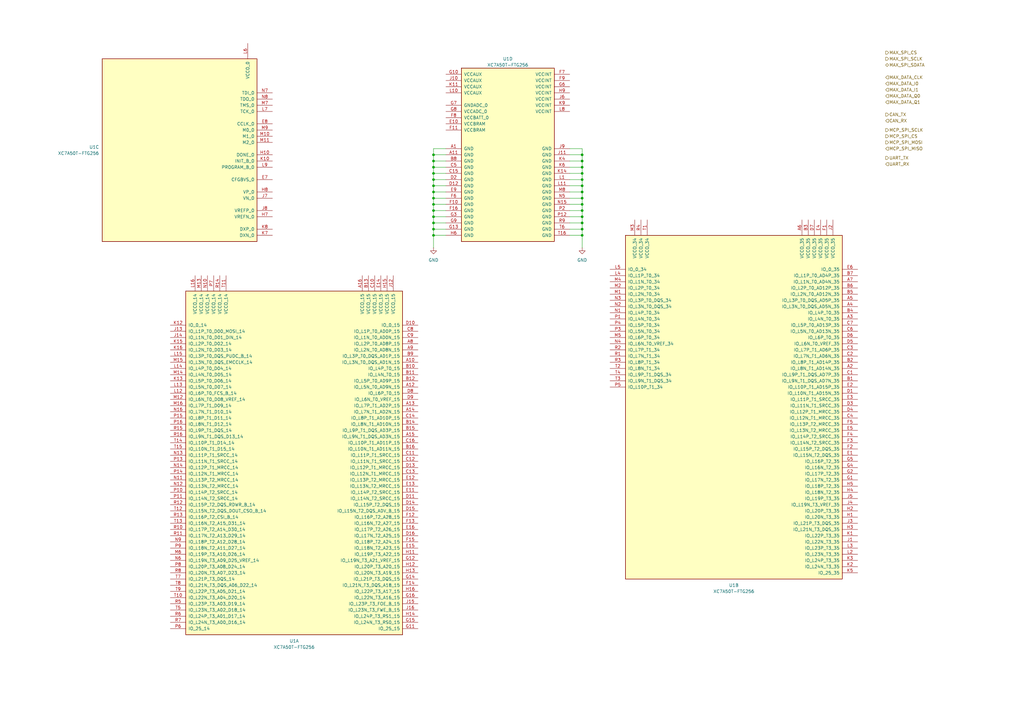
<source format=kicad_sch>
(kicad_sch (version 20231120) (generator "eeschema") (generator_version "8.0")
  (paper "A3")
  (lib_symbols
    (symbol "FPGA_Xilinx_Artix7:XC7A50T-FTG256" (pin_names (offset 1.016))
      (property "Reference" "U" (at 0 1.27 0))
      (property "Value" "XC7A50T-FTG256" (at 0 -1.27 0))
      (symbol "XC7A50T-FTG256_1_1"
        (rectangle (start -44.45 67.31) (end 44.45 -73.66) (stroke (width 0.254)) (fill (type background)))
        (pin bidirectional line (at 50.8 38.1 180) (length 6.35) (name "IO_L3N_T0_DQS_AD1N_15") (number "A10"))
        (pin bidirectional line (at 50.8 27.94 180) (length 6.35) (name "IO_L5N_T0_AD9N_15") (number "A12"))
        (pin bidirectional line (at 50.8 20.32 180) (length 6.35) (name "IO_L7P_T1_AD2P_15") (number "A13"))
        (pin bidirectional line (at 50.8 17.78 180) (length 6.35) (name "IO_L7N_T1_AD2N_15") (number "A14"))
        (pin bidirectional line (at 50.8 7.62 180) (length 6.35) (name "IO_L9N_T1_DQS_AD3N_15") (number "A15"))
        (pin power_in line (at 27.94 73.66 270) (length 6.35) (name "VCCO_15") (number "A16"))
        (pin bidirectional line (at 50.8 45.72 180) (length 6.35) (name "IO_L2P_T0_AD8P_15") (number "A8"))
        (pin bidirectional line (at 50.8 43.18 180) (length 6.35) (name "IO_L2N_T0_AD8N_15") (number "A9"))
        (pin bidirectional line (at 50.8 35.56 180) (length 6.35) (name "IO_L4P_T0_15") (number "B10"))
        (pin bidirectional line (at 50.8 33.02 180) (length 6.35) (name "IO_L4N_T0_15") (number "B11"))
        (pin bidirectional line (at 50.8 30.48 180) (length 6.35) (name "IO_L5P_T0_AD9P_15") (number "B12"))
        (pin power_in line (at 30.48 73.66 270) (length 6.35) (name "VCCO_15") (number "B13"))
        (pin bidirectional line (at 50.8 12.7 180) (length 6.35) (name "IO_L8N_T1_AD10N_15") (number "B14"))
        (pin bidirectional line (at 50.8 10.16 180) (length 6.35) (name "IO_L9P_T1_DQS_AD3P_15") (number "B15"))
        (pin bidirectional line (at 50.8 2.54 180) (length 6.35) (name "IO_L10N_T1_AD11N_15") (number "B16"))
        (pin bidirectional line (at 50.8 40.64 180) (length 6.35) (name "IO_L3P_T0_DQS_AD1P_15") (number "B9"))
        (pin power_in line (at 33.02 73.66 270) (length 6.35) (name "VCCO_15") (number "C10"))
        (pin bidirectional line (at 50.8 0 180) (length 6.35) (name "IO_L11P_T1_SRCC_15") (number "C11"))
        (pin bidirectional line (at 50.8 -2.54 180) (length 6.35) (name "IO_L11N_T1_SRCC_15") (number "C12"))
        (pin bidirectional line (at 50.8 -7.62 180) (length 6.35) (name "IO_L12N_T1_MRCC_15") (number "C13"))
        (pin bidirectional line (at 50.8 15.24 180) (length 6.35) (name "IO_L8P_T1_AD10P_15") (number "C14"))
        (pin bidirectional line (at 50.8 5.08 180) (length 6.35) (name "IO_L10P_T1_AD11P_15") (number "C16"))
        (pin bidirectional line (at 50.8 50.8 180) (length 6.35) (name "IO_L1P_T0_AD0P_15") (number "C8"))
        (pin bidirectional line (at 50.8 48.26 180) (length 6.35) (name "IO_L1N_T0_AD0N_15") (number "C9"))
        (pin bidirectional line (at 50.8 53.34 180) (length 6.35) (name "IO_0_15") (number "D10"))
        (pin bidirectional line (at 50.8 -17.78 180) (length 6.35) (name "IO_L14N_T2_SRCC_15") (number "D11"))
        (pin bidirectional line (at 50.8 -5.08 180) (length 6.35) (name "IO_L12P_T1_MRCC_15") (number "D13"))
        (pin bidirectional line (at 50.8 -20.32 180) (length 6.35) (name "IO_L15P_T2_DQS_15") (number "D14"))
        (pin bidirectional line (at 50.8 -22.86 180) (length 6.35) (name "IO_L15N_T2_DQS_ADV_B_15") (number "D15"))
        (pin bidirectional line (at 50.8 -33.02 180) (length 6.35) (name "IO_L17N_T2_A25_15") (number "D16"))
        (pin bidirectional line (at 50.8 25.4 180) (length 6.35) (name "IO_L6P_T0_15") (number "D8"))
        (pin bidirectional line (at 50.8 22.86 180) (length 6.35) (name "IO_L6N_T0_VREF_15") (number "D9"))
        (pin bidirectional line (at 50.8 -15.24 180) (length 6.35) (name "IO_L14P_T2_SRCC_15") (number "E11"))
        (pin bidirectional line (at 50.8 -10.16 180) (length 6.35) (name "IO_L13P_T2_MRCC_15") (number "E12"))
        (pin bidirectional line (at 50.8 -12.7 180) (length 6.35) (name "IO_L13N_T2_MRCC_15") (number "E13"))
        (pin power_in line (at 35.56 73.66 270) (length 6.35) (name "VCCO_15") (number "E14"))
        (pin bidirectional line (at 50.8 -38.1 180) (length 6.35) (name "IO_L18N_T2_A23_15") (number "E15"))
        (pin bidirectional line (at 50.8 -30.48 180) (length 6.35) (name "IO_L17P_T2_A26_15") (number "E16"))
        (pin bidirectional line (at 50.8 -25.4 180) (length 6.35) (name "IO_L16P_T2_A28_15") (number "F12"))
        (pin bidirectional line (at 50.8 -27.94 180) (length 6.35) (name "IO_L16N_T2_A27_15") (number "F13"))
        (pin bidirectional line (at 50.8 -53.34 180) (length 6.35) (name "IO_L21N_T3_DQS_A18_15") (number "F14"))
        (pin bidirectional line (at 50.8 -35.56 180) (length 6.35) (name "IO_L18P_T2_A24_15") (number "F15"))
        (pin bidirectional line (at 50.8 -71.12 180) (length 6.35) (name "IO_25_15") (number "G11"))
        (pin bidirectional line (at 50.8 -43.18 180) (length 6.35) (name "IO_L19N_T3_A21_VREF_15") (number "G12"))
        (pin bidirectional line (at 50.8 -50.8 180) (length 6.35) (name "IO_L21P_T3_DQS_15") (number "G14"))
        (pin bidirectional line (at 50.8 -68.58 180) (length 6.35) (name "IO_L24N_T3_RS0_15") (number "G15"))
        (pin bidirectional line (at 50.8 -58.42 180) (length 6.35) (name "IO_L22N_T3_A16_15") (number "G16"))
        (pin bidirectional line (at 50.8 -40.64 180) (length 6.35) (name "IO_L19P_T3_A22_15") (number "H11"))
        (pin bidirectional line (at 50.8 -45.72 180) (length 6.35) (name "IO_L20P_T3_A20_15") (number "H12"))
        (pin bidirectional line (at 50.8 -48.26 180) (length 6.35) (name "IO_L20N_T3_A19_15") (number "H13"))
        (pin bidirectional line (at 50.8 -66.04 180) (length 6.35) (name "IO_L24P_T3_RS1_15") (number "H14"))
        (pin power_in line (at 38.1 73.66 270) (length 6.35) (name "VCCO_15") (number "H15"))
        (pin bidirectional line (at 50.8 -55.88 180) (length 6.35) (name "IO_L22P_T3_A17_15") (number "H16"))
        (pin power_in line (at 40.64 73.66 270) (length 6.35) (name "VCCO_15") (number "J12"))
        (pin bidirectional line (at -50.8 50.8 0) (length 6.35) (name "IO_L1P_T0_D00_MOSI_14") (number "J13"))
        (pin bidirectional line (at -50.8 48.26 0) (length 6.35) (name "IO_L1N_T0_D01_DIN_14") (number "J14"))
        (pin bidirectional line (at 50.8 -60.96 180) (length 6.35) (name "IO_L23P_T3_FOE_B_15") (number "J15"))
        (pin bidirectional line (at 50.8 -63.5 180) (length 6.35) (name "IO_L23N_T3_FWE_B_15") (number "J16"))
        (pin bidirectional line (at -50.8 53.34 0) (length 6.35) (name "IO_0_14") (number "K12"))
        (pin bidirectional line (at -50.8 30.48 0) (length 6.35) (name "IO_L5P_T0_D06_14") (number "K13"))
        (pin bidirectional line (at -50.8 45.72 0) (length 6.35) (name "IO_L2P_T0_D02_14") (number "K15"))
        (pin bidirectional line (at -50.8 43.18 0) (length 6.35) (name "IO_L2N_T0_D03_14") (number "K16"))
        (pin bidirectional line (at -50.8 25.4 0) (length 6.35) (name "IO_L6P_T0_FCS_B_14") (number "L12"))
        (pin bidirectional line (at -50.8 27.94 0) (length 6.35) (name "IO_L5N_T0_D07_14") (number "L13"))
        (pin bidirectional line (at -50.8 35.56 0) (length 6.35) (name "IO_L4P_T0_D04_14") (number "L14"))
        (pin bidirectional line (at -50.8 40.64 0) (length 6.35) (name "IO_L3P_T0_DQS_PUDC_B_14") (number "L15"))
        (pin power_in line (at -40.64 73.66 270) (length 6.35) (name "VCCO_14") (number "L16"))
        (pin bidirectional line (at -50.8 22.86 0) (length 6.35) (name "IO_L6N_T0_D08_VREF_14") (number "M12"))
        (pin power_in line (at -38.1 73.66 270) (length 6.35) (name "VCCO_14") (number "M13"))
        (pin bidirectional line (at -50.8 33.02 0) (length 6.35) (name "IO_L4N_T0_D05_14") (number "M14"))
        (pin bidirectional line (at -50.8 38.1 0) (length 6.35) (name "IO_L3N_T0_DQS_EMCCLK_14") (number "M15"))
        (pin bidirectional line (at -50.8 20.32 0) (length 6.35) (name "IO_L7P_T1_D09_14") (number "M16"))
        (pin bidirectional line (at -50.8 -40.64 0) (length 6.35) (name "IO_L19P_T3_A10_D26_14") (number "M6"))
        (pin power_in line (at -35.56 73.66 270) (length 6.35) (name "VCCO_14") (number "N10"))
        (pin bidirectional line (at -50.8 -10.16 0) (length 6.35) (name "IO_L13P_T2_MRCC_14") (number "N11"))
        (pin bidirectional line (at -50.8 -12.7 0) (length 6.35) (name "IO_L13N_T2_MRCC_14") (number "N12"))
        (pin bidirectional line (at -50.8 0 0) (length 6.35) (name "IO_L11P_T1_SRCC_14") (number "N13"))
        (pin bidirectional line (at -50.8 -5.08 0) (length 6.35) (name "IO_L12P_T1_MRCC_14") (number "N14"))
        (pin bidirectional line (at -50.8 17.78 0) (length 6.35) (name "IO_L7N_T1_D10_14") (number "N16"))
        (pin bidirectional line (at -50.8 -43.18 0) (length 6.35) (name "IO_L19N_T3_A09_D25_VREF_14") (number "N6"))
        (pin bidirectional line (at -50.8 -35.56 0) (length 6.35) (name "IO_L18P_T2_A12_D28_14") (number "N9"))
        (pin bidirectional line (at -50.8 -15.24 0) (length 6.35) (name "IO_L14P_T2_SRCC_14") (number "P10"))
        (pin bidirectional line (at -50.8 -17.78 0) (length 6.35) (name "IO_L14N_T2_SRCC_14") (number "P11"))
        (pin bidirectional line (at -50.8 -2.54 0) (length 6.35) (name "IO_L11N_T1_SRCC_14") (number "P13"))
        (pin bidirectional line (at -50.8 -7.62 0) (length 6.35) (name "IO_L12N_T1_MRCC_14") (number "P14"))
        (pin bidirectional line (at -50.8 15.24 0) (length 6.35) (name "IO_L8P_T1_D11_14") (number "P15"))
        (pin bidirectional line (at -50.8 12.7 0) (length 6.35) (name "IO_L8N_T1_D12_14") (number "P16"))
        (pin bidirectional line (at -50.8 -71.12 0) (length 6.35) (name "IO_25_14") (number "P6"))
        (pin power_in line (at -33.02 73.66 270) (length 6.35) (name "VCCO_14") (number "P7"))
        (pin bidirectional line (at -50.8 -45.72 0) (length 6.35) (name "IO_L20P_T3_A08_D24_14") (number "P8"))
        (pin bidirectional line (at -50.8 -38.1 0) (length 6.35) (name "IO_L18N_T2_A11_D27_14") (number "P9"))
        (pin bidirectional line (at -50.8 -30.48 0) (length 6.35) (name "IO_L17P_T2_A14_D30_14") (number "R10"))
        (pin bidirectional line (at -50.8 -33.02 0) (length 6.35) (name "IO_L17N_T2_A13_D29_14") (number "R11"))
        (pin bidirectional line (at -50.8 -20.32 0) (length 6.35) (name "IO_L15P_T2_DQS_RDWR_B_14") (number "R12"))
        (pin bidirectional line (at -50.8 -25.4 0) (length 6.35) (name "IO_L16P_T2_CSI_B_14") (number "R13"))
        (pin power_in line (at -30.48 73.66 270) (length 6.35) (name "VCCO_14") (number "R14"))
        (pin bidirectional line (at -50.8 10.16 0) (length 6.35) (name "IO_L9P_T1_DQS_14") (number "R15"))
        (pin bidirectional line (at -50.8 7.62 0) (length 6.35) (name "IO_L9N_T1_DQS_D13_14") (number "R16"))
        (pin bidirectional line (at -50.8 -60.96 0) (length 6.35) (name "IO_L23P_T3_A03_D19_14") (number "R5"))
        (pin bidirectional line (at -50.8 -66.04 0) (length 6.35) (name "IO_L24P_T3_A01_D17_14") (number "R6"))
        (pin bidirectional line (at -50.8 -68.58 0) (length 6.35) (name "IO_L24N_T3_A00_D16_14") (number "R7"))
        (pin bidirectional line (at -50.8 -48.26 0) (length 6.35) (name "IO_L20N_T3_A07_D23_14") (number "R8"))
        (pin bidirectional line (at -50.8 -58.42 0) (length 6.35) (name "IO_L22N_T3_A04_D20_14") (number "T10"))
        (pin power_in line (at -27.94 73.66 270) (length 6.35) (name "VCCO_14") (number "T11"))
        (pin bidirectional line (at -50.8 -22.86 0) (length 6.35) (name "IO_L15N_T2_DQS_DOUT_CSO_B_14") (number "T12"))
        (pin bidirectional line (at -50.8 -27.94 0) (length 6.35) (name "IO_L16N_T2_A15_D31_14") (number "T13"))
        (pin bidirectional line (at -50.8 5.08 0) (length 6.35) (name "IO_L10P_T1_D14_14") (number "T14"))
        (pin bidirectional line (at -50.8 2.54 0) (length 6.35) (name "IO_L10N_T1_D15_14") (number "T15"))
        (pin bidirectional line (at -50.8 -63.5 0) (length 6.35) (name "IO_L23N_T3_A02_D18_14") (number "T5"))
        (pin bidirectional line (at -50.8 -50.8 0) (length 6.35) (name "IO_L21P_T3_DQS_14") (number "T7"))
        (pin bidirectional line (at -50.8 -53.34 0) (length 6.35) (name "IO_L21N_T3_DQS_A06_D22_14") (number "T8"))
        (pin bidirectional line (at -50.8 -55.88 0) (length 6.35) (name "IO_L22P_T3_A05_D21_14") (number "T9"))
      )
      (symbol "XC7A50T-FTG256_2_1"
        (rectangle (start -44.45 67.31) (end 44.45 -73.66) (stroke (width 0.254)) (fill (type background)))
        (pin bidirectional line (at 50.8 12.7 180) (length 6.35) (name "IO_L8N_T1_AD14N_35") (number "A2"))
        (pin bidirectional line (at 50.8 33.02 180) (length 6.35) (name "IO_L4N_T0_35") (number "A3"))
        (pin bidirectional line (at 50.8 38.1 180) (length 6.35) (name "IO_L3N_T0_DQS_AD5N_35") (number "A4"))
        (pin bidirectional line (at 50.8 40.64 180) (length 6.35) (name "IO_L3P_T0_DQS_AD5P_35") (number "A5"))
        (pin power_in line (at 27.94 73.66 270) (length 6.35) (name "VCCO_35") (number "A6"))
        (pin bidirectional line (at 50.8 48.26 180) (length 6.35) (name "IO_L1N_T0_AD4N_35") (number "A7"))
        (pin bidirectional line (at 50.8 7.62 180) (length 6.35) (name "IO_L9N_T1_DQS_AD7N_35") (number "B1"))
        (pin bidirectional line (at 50.8 15.24 180) (length 6.35) (name "IO_L8P_T1_AD14P_35") (number "B2"))
        (pin power_in line (at 30.48 73.66 270) (length 6.35) (name "VCCO_35") (number "B3"))
        (pin bidirectional line (at 50.8 35.56 180) (length 6.35) (name "IO_L4P_T0_35") (number "B4"))
        (pin bidirectional line (at 50.8 43.18 180) (length 6.35) (name "IO_L2N_T0_AD12N_35") (number "B5"))
        (pin bidirectional line (at 50.8 45.72 180) (length 6.35) (name "IO_L2P_T0_AD12P_35") (number "B6"))
        (pin bidirectional line (at 50.8 50.8 180) (length 6.35) (name "IO_L1P_T0_AD4P_35") (number "B7"))
        (pin bidirectional line (at 50.8 10.16 180) (length 6.35) (name "IO_L9P_T1_DQS_AD7P_35") (number "C1"))
        (pin bidirectional line (at 50.8 17.78 180) (length 6.35) (name "IO_L7N_T1_AD6N_35") (number "C2"))
        (pin bidirectional line (at 50.8 20.32 180) (length 6.35) (name "IO_L7P_T1_AD6P_35") (number "C3"))
        (pin bidirectional line (at 50.8 -7.62 180) (length 6.35) (name "IO_L12N_T1_MRCC_35") (number "C4"))
        (pin bidirectional line (at 50.8 27.94 180) (length 6.35) (name "IO_L5N_T0_AD13N_35") (number "C6"))
        (pin bidirectional line (at 50.8 30.48 180) (length 6.35) (name "IO_L5P_T0_AD13P_35") (number "C7"))
        (pin bidirectional line (at 50.8 2.54 180) (length 6.35) (name "IO_L10N_T1_AD15N_35") (number "D1"))
        (pin bidirectional line (at 50.8 -2.54 180) (length 6.35) (name "IO_L11N_T1_SRCC_35") (number "D3"))
        (pin bidirectional line (at 50.8 -5.08 180) (length 6.35) (name "IO_L12P_T1_MRCC_35") (number "D4"))
        (pin bidirectional line (at 50.8 22.86 180) (length 6.35) (name "IO_L6N_T0_VREF_35") (number "D5"))
        (pin bidirectional line (at 50.8 25.4 180) (length 6.35) (name "IO_L6P_T0_35") (number "D6"))
        (pin power_in line (at 33.02 73.66 270) (length 6.35) (name "VCCO_35") (number "D7"))
        (pin bidirectional line (at 50.8 -22.86 180) (length 6.35) (name "IO_L15N_T2_DQS_35") (number "E1"))
        (pin bidirectional line (at 50.8 5.08 180) (length 6.35) (name "IO_L10P_T1_AD15P_35") (number "E2"))
        (pin bidirectional line (at 50.8 0 180) (length 6.35) (name "IO_L11P_T1_SRCC_35") (number "E3"))
        (pin power_in line (at 35.56 73.66 270) (length 6.35) (name "VCCO_35") (number "E4"))
        (pin bidirectional line (at 50.8 -12.7 180) (length 6.35) (name "IO_L13N_T2_MRCC_35") (number "E5"))
        (pin bidirectional line (at 50.8 53.34 180) (length 6.35) (name "IO_0_35") (number "E6"))
        (pin power_in line (at 38.1 73.66 270) (length 6.35) (name "VCCO_35") (number "F1"))
        (pin bidirectional line (at 50.8 -20.32 180) (length 6.35) (name "IO_L15P_T2_DQS_35") (number "F2"))
        (pin bidirectional line (at 50.8 -17.78 180) (length 6.35) (name "IO_L14N_T2_SRCC_35") (number "F3"))
        (pin bidirectional line (at 50.8 -15.24 180) (length 6.35) (name "IO_L14P_T2_SRCC_35") (number "F4"))
        (pin bidirectional line (at 50.8 -10.16 180) (length 6.35) (name "IO_L13P_T2_MRCC_35") (number "F5"))
        (pin bidirectional line (at 50.8 -33.02 180) (length 6.35) (name "IO_L17N_T2_35") (number "G1"))
        (pin bidirectional line (at 50.8 -30.48 180) (length 6.35) (name "IO_L17P_T2_35") (number "G2"))
        (pin bidirectional line (at 50.8 -27.94 180) (length 6.35) (name "IO_L16N_T2_35") (number "G4"))
        (pin bidirectional line (at 50.8 -25.4 180) (length 6.35) (name "IO_L16P_T2_35") (number "G5"))
        (pin bidirectional line (at 50.8 -48.26 180) (length 6.35) (name "IO_L20N_T3_35") (number "H1"))
        (pin bidirectional line (at 50.8 -45.72 180) (length 6.35) (name "IO_L20P_T3_35") (number "H2"))
        (pin bidirectional line (at 50.8 -53.34 180) (length 6.35) (name "IO_L21N_T3_DQS_35") (number "H3"))
        (pin bidirectional line (at 50.8 -38.1 180) (length 6.35) (name "IO_L18N_T2_35") (number "H4"))
        (pin bidirectional line (at 50.8 -35.56 180) (length 6.35) (name "IO_L18P_T2_35") (number "H5"))
        (pin bidirectional line (at 50.8 -58.42 180) (length 6.35) (name "IO_L22N_T3_35") (number "J1"))
        (pin power_in line (at 40.64 73.66 270) (length 6.35) (name "VCCO_35") (number "J2"))
        (pin bidirectional line (at 50.8 -50.8 180) (length 6.35) (name "IO_L21P_T3_DQS_35") (number "J3"))
        (pin bidirectional line (at 50.8 -43.18 180) (length 6.35) (name "IO_L19N_T3_VREF_35") (number "J4"))
        (pin bidirectional line (at 50.8 -40.64 180) (length 6.35) (name "IO_L19P_T3_35") (number "J5"))
        (pin bidirectional line (at 50.8 -55.88 180) (length 6.35) (name "IO_L22P_T3_35") (number "K1"))
        (pin bidirectional line (at 50.8 -68.58 180) (length 6.35) (name "IO_L24N_T3_35") (number "K2"))
        (pin bidirectional line (at 50.8 -66.04 180) (length 6.35) (name "IO_L24P_T3_35") (number "K3"))
        (pin bidirectional line (at 50.8 -71.12 180) (length 6.35) (name "IO_25_35") (number "K5"))
        (pin bidirectional line (at 50.8 -63.5 180) (length 6.35) (name "IO_L23N_T3_35") (number "L2"))
        (pin bidirectional line (at 50.8 -60.96 180) (length 6.35) (name "IO_L23P_T3_35") (number "L3"))
        (pin bidirectional line (at -50.8 50.8 0) (length 6.35) (name "IO_L1P_T0_34") (number "L4"))
        (pin bidirectional line (at -50.8 53.34 0) (length 6.35) (name "IO_0_34") (number "L5"))
        (pin bidirectional line (at -50.8 43.18 0) (length 6.35) (name "IO_L2N_T0_34") (number "M1"))
        (pin bidirectional line (at -50.8 45.72 0) (length 6.35) (name "IO_L2P_T0_34") (number "M2"))
        (pin power_in line (at -40.64 73.66 270) (length 6.35) (name "VCCO_34") (number "M3"))
        (pin bidirectional line (at -50.8 48.26 0) (length 6.35) (name "IO_L1N_T0_34") (number "M4"))
        (pin bidirectional line (at -50.8 25.4 0) (length 6.35) (name "IO_L6P_T0_34") (number "M5"))
        (pin bidirectional line (at -50.8 35.56 0) (length 6.35) (name "IO_L4P_T0_34") (number "N1"))
        (pin bidirectional line (at -50.8 38.1 0) (length 6.35) (name "IO_L3N_T0_DQS_34") (number "N2"))
        (pin bidirectional line (at -50.8 40.64 0) (length 6.35) (name "IO_L3P_T0_DQS_34") (number "N3"))
        (pin bidirectional line (at -50.8 22.86 0) (length 6.35) (name "IO_L6N_T0_VREF_34") (number "N4"))
        (pin bidirectional line (at -50.8 33.02 0) (length 6.35) (name "IO_L4N_T0_34") (number "P1"))
        (pin bidirectional line (at -50.8 27.94 0) (length 6.35) (name "IO_L5N_T0_34") (number "P3"))
        (pin bidirectional line (at -50.8 30.48 0) (length 6.35) (name "IO_L5P_T0_34") (number "P4"))
        (pin bidirectional line (at -50.8 5.08 0) (length 6.35) (name "IO_L10P_T1_34") (number "P5"))
        (pin bidirectional line (at -50.8 17.78 0) (length 6.35) (name "IO_L7N_T1_34") (number "R1"))
        (pin bidirectional line (at -50.8 20.32 0) (length 6.35) (name "IO_L7P_T1_34") (number "R2"))
        (pin bidirectional line (at -50.8 15.24 0) (length 6.35) (name "IO_L8P_T1_34") (number "R3"))
        (pin power_in line (at -38.1 73.66 270) (length 6.35) (name "VCCO_34") (number "R4"))
        (pin power_in line (at -35.56 73.66 270) (length 6.35) (name "VCCO_34") (number "T1"))
        (pin bidirectional line (at -50.8 12.7 0) (length 6.35) (name "IO_L8N_T1_34") (number "T2"))
        (pin bidirectional line (at -50.8 7.62 0) (length 6.35) (name "IO_L9N_T1_DQS_34") (number "T3"))
        (pin bidirectional line (at -50.8 10.16 0) (length 6.35) (name "IO_L9P_T1_DQS_34") (number "T4"))
      )
      (symbol "XC7A50T-FTG256_3_1"
        (rectangle (start -31.75 34.29) (end 31.75 -40.64) (stroke (width 0.254)) (fill (type background)))
        (pin bidirectional line (at 38.1 -15.24 180) (length 6.35) (name "CFGBVS_0") (number "E7"))
        (pin bidirectional line (at 38.1 7.62 180) (length 6.35) (name "CCLK_0") (number "E8"))
        (pin bidirectional line (at 38.1 -5.08 180) (length 6.35) (name "DONE_0") (number "H10"))
        (pin bidirectional line (at 38.1 -30.48 180) (length 6.35) (name "VREFN_0") (number "H7"))
        (pin bidirectional line (at 38.1 -20.32 180) (length 6.35) (name "VP_0") (number "H8"))
        (pin bidirectional line (at 38.1 -22.86 180) (length 6.35) (name "VN_0") (number "J7"))
        (pin bidirectional line (at 38.1 -27.94 180) (length 6.35) (name "VREFP_0") (number "J8"))
        (pin bidirectional line (at 38.1 -7.62 180) (length 6.35) (name "INIT_B_0") (number "K10"))
        (pin bidirectional line (at 38.1 -38.1 180) (length 6.35) (name "DXN_0") (number "K7"))
        (pin bidirectional line (at 38.1 -35.56 180) (length 6.35) (name "DXP_0") (number "K8"))
        (pin power_in line (at 27.94 40.64 270) (length 6.35) (name "VCCO_0") (number "L6"))
        (pin bidirectional line (at 38.1 12.7 180) (length 6.35) (name "TCK_0") (number "L7"))
        (pin bidirectional line (at 38.1 -10.16 180) (length 6.35) (name "PROGRAM_B_0") (number "L9"))
        (pin bidirectional line (at 38.1 2.54 180) (length 6.35) (name "M1_0") (number "M10"))
        (pin bidirectional line (at 38.1 0 180) (length 6.35) (name "M2_0") (number "M11"))
        (pin bidirectional line (at 38.1 15.24 180) (length 6.35) (name "TMS_0") (number "M7"))
        (pin bidirectional line (at 38.1 5.08 180) (length 6.35) (name "M0_0") (number "M9"))
        (pin bidirectional line (at 38.1 20.32 180) (length 6.35) (name "TDI_0") (number "N7"))
        (pin bidirectional line (at 38.1 17.78 180) (length 6.35) (name "TDO_0") (number "N8"))
      )
      (symbol "XC7A50T-FTG256_4_1"
        (rectangle (start -19.05 35.56) (end 19.05 -35.56) (stroke (width 0.254)) (fill (type background)))
        (pin power_in line (at -25.4 2.54 0) (length 6.35) (name "GND") (number "A1"))
        (pin power_in line (at -25.4 0 0) (length 6.35) (name "GND") (number "A11"))
        (pin power_in line (at -25.4 -2.54 0) (length 6.35) (name "GND") (number "B8"))
        (pin power_in line (at -25.4 -7.62 0) (length 6.35) (name "GND") (number "C15"))
        (pin power_in line (at -25.4 -5.08 0) (length 6.35) (name "GND") (number "C5"))
        (pin power_in line (at -25.4 -12.7 0) (length 6.35) (name "GND") (number "D12"))
        (pin power_in line (at -25.4 -10.16 0) (length 6.35) (name "GND") (number "D2"))
        (pin power_in line (at -25.4 12.7 0) (length 6.35) (name "VCCBRAM") (number "E10"))
        (pin power_in line (at -25.4 -15.24 0) (length 6.35) (name "GND") (number "E9"))
        (pin power_in line (at -25.4 -20.32 0) (length 6.35) (name "GND") (number "F10"))
        (pin power_in line (at -25.4 10.16 0) (length 6.35) (name "VCCBRAM") (number "F11"))
        (pin power_in line (at -25.4 -22.86 0) (length 6.35) (name "GND") (number "F16"))
        (pin power_in line (at -25.4 -17.78 0) (length 6.35) (name "GND") (number "F6"))
        (pin power_in line (at 25.4 33.02 180) (length 6.35) (name "VCCINT") (number "F7"))
        (pin power_in line (at -25.4 15.24 0) (length 6.35) (name "VCCBATT_0") (number "F8"))
        (pin power_in line (at 25.4 30.48 180) (length 6.35) (name "VCCINT") (number "F9"))
        (pin power_in line (at -25.4 33.02 0) (length 6.35) (name "VCCAUX") (number "G10"))
        (pin power_in line (at -25.4 -30.48 0) (length 6.35) (name "GND") (number "G13"))
        (pin power_in line (at -25.4 -25.4 0) (length 6.35) (name "GND") (number "G3"))
        (pin power_in line (at 25.4 27.94 180) (length 6.35) (name "VCCINT") (number "G6"))
        (pin power_in line (at -25.4 20.32 0) (length 6.35) (name "GNDADC_0") (number "G7"))
        (pin power_in line (at -25.4 17.78 0) (length 6.35) (name "VCCADC_0") (number "G8"))
        (pin power_in line (at -25.4 -27.94 0) (length 6.35) (name "GND") (number "G9"))
        (pin power_in line (at -25.4 -33.02 0) (length 6.35) (name "GND") (number "H6"))
        (pin power_in line (at 25.4 25.4 180) (length 6.35) (name "VCCINT") (number "H9"))
        (pin power_in line (at -25.4 30.48 0) (length 6.35) (name "VCCAUX") (number "J10"))
        (pin power_in line (at 25.4 0 180) (length 6.35) (name "GND") (number "J11"))
        (pin power_in line (at 25.4 22.86 180) (length 6.35) (name "VCCINT") (number "J6"))
        (pin power_in line (at 25.4 2.54 180) (length 6.35) (name "GND") (number "J9"))
        (pin power_in line (at -25.4 27.94 0) (length 6.35) (name "VCCAUX") (number "K11"))
        (pin power_in line (at 25.4 -7.62 180) (length 6.35) (name "GND") (number "K14"))
        (pin power_in line (at 25.4 -2.54 180) (length 6.35) (name "GND") (number "K4"))
        (pin power_in line (at 25.4 -5.08 180) (length 6.35) (name "GND") (number "K6"))
        (pin power_in line (at 25.4 20.32 180) (length 6.35) (name "VCCINT") (number "K9"))
        (pin power_in line (at 25.4 -10.16 180) (length 6.35) (name "GND") (number "L1"))
        (pin power_in line (at -25.4 25.4 0) (length 6.35) (name "VCCAUX") (number "L10"))
        (pin power_in line (at 25.4 -12.7 180) (length 6.35) (name "GND") (number "L11"))
        (pin power_in line (at 25.4 17.78 180) (length 6.35) (name "VCCINT") (number "L8"))
        (pin power_in line (at 25.4 -15.24 180) (length 6.35) (name "GND") (number "M8"))
        (pin power_in line (at 25.4 -20.32 180) (length 6.35) (name "GND") (number "N15"))
        (pin power_in line (at 25.4 -17.78 180) (length 6.35) (name "GND") (number "N5"))
        (pin power_in line (at 25.4 -25.4 180) (length 6.35) (name "GND") (number "P12"))
        (pin power_in line (at 25.4 -22.86 180) (length 6.35) (name "GND") (number "P2"))
        (pin power_in line (at 25.4 -27.94 180) (length 6.35) (name "GND") (number "R9"))
        (pin power_in line (at 25.4 -33.02 180) (length 6.35) (name "GND") (number "T16"))
        (pin power_in line (at 25.4 -30.48 180) (length 6.35) (name "GND") (number "T6"))
      )
    )
    (symbol "power:GND" (power) (pin_numbers hide) (pin_names (offset 0) hide)
      (property "Value" "GND" (at 0 -3.81 0))
      (symbol "GND_0_1"
        (polyline (pts (xy 0 0) (xy 0 -1.27) (xy 1.27 -1.27) (xy 0 -2.54) (xy -1.27 -1.27) (xy 0 -1.27)))
      )
      (symbol "GND_1_1"
        (pin power_in line (at 0 0 270) (length 0) (name "~") (number "1"))
      )
    )
  )
  (junction (at 177.8 86.36))
  (junction (at 238.76 91.44))
  (junction (at 177.8 71.12))
  (junction (at 238.76 63.5))
  (junction (at 177.8 78.74))
  (junction (at 177.8 81.28))
  (junction (at 177.8 93.98))
  (junction (at 238.76 76.2))
  (junction (at 177.8 83.82))
  (junction (at 238.76 88.9))
  (junction (at 177.8 63.5))
  (junction (at 177.8 91.44))
  (junction (at 238.76 83.82))
  (junction (at 177.8 68.58))
  (junction (at 238.76 78.74))
  (junction (at 238.76 68.58))
  (junction (at 238.76 71.12))
  (junction (at 177.8 73.66))
  (junction (at 238.76 86.36))
  (junction (at 238.76 96.52))
  (junction (at 177.8 96.52))
  (junction (at 238.76 81.28))
  (junction (at 177.8 66.04))
  (junction (at 238.76 93.98))
  (junction (at 177.8 76.2))
  (junction (at 238.76 66.04))
  (junction (at 238.76 73.66))
  (junction (at 177.8 88.9))
  (wire (pts (xy 177.8 83.82) (xy 182.88 83.82)))
  (wire (pts (xy 177.8 96.52) (xy 177.8 101.6)))
  (wire (pts (xy 177.8 88.9) (xy 177.8 91.44)))
  (wire (pts (xy 177.8 81.28) (xy 177.8 83.82)))
  (wire (pts (xy 238.76 96.52) (xy 238.76 101.6)))
  (wire (pts (xy 177.8 78.74) (xy 182.88 78.74)))
  (wire (pts (xy 238.76 76.2) (xy 238.76 78.74)))
  (wire (pts (xy 233.68 71.12) (xy 238.76 71.12)))
  (wire (pts (xy 233.68 96.52) (xy 238.76 96.52)))
  (wire (pts (xy 233.68 93.98) (xy 238.76 93.98)))
  (wire (pts (xy 233.68 91.44) (xy 238.76 91.44)))
  (wire (pts (xy 233.68 78.74) (xy 238.76 78.74)))
  (wire (pts (xy 177.8 88.9) (xy 182.88 88.9)))
  (wire (pts (xy 177.8 63.5) (xy 177.8 66.04)))
  (wire (pts (xy 233.68 86.36) (xy 238.76 86.36)))
  (wire (pts (xy 233.68 88.9) (xy 238.76 88.9)))
  (wire (pts (xy 177.8 73.66) (xy 177.8 76.2)))
  (wire (pts (xy 238.76 68.58) (xy 238.76 71.12)))
  (wire (pts (xy 238.76 66.04) (xy 238.76 68.58)))
  (wire (pts (xy 238.76 86.36) (xy 238.76 88.9)))
  (wire (pts (xy 177.8 81.28) (xy 182.88 81.28)))
  (wire (pts (xy 238.76 60.96) (xy 238.76 63.5)))
  (wire (pts (xy 233.68 63.5) (xy 238.76 63.5)))
  (wire (pts (xy 177.8 63.5) (xy 182.88 63.5)))
  (wire (pts (xy 238.76 63.5) (xy 238.76 66.04)))
  (wire (pts (xy 177.8 68.58) (xy 182.88 68.58)))
  (wire (pts (xy 177.8 76.2) (xy 182.88 76.2)))
  (wire (pts (xy 182.88 60.96) (xy 177.8 60.96)))
  (wire (pts (xy 233.68 73.66) (xy 238.76 73.66)))
  (wire (pts (xy 177.8 86.36) (xy 177.8 88.9)))
  (wire (pts (xy 238.76 78.74) (xy 238.76 81.28)))
  (wire (pts (xy 177.8 96.52) (xy 182.88 96.52)))
  (wire (pts (xy 238.76 91.44) (xy 238.76 93.98)))
  (wire (pts (xy 233.68 60.96) (xy 238.76 60.96)))
  (wire (pts (xy 177.8 66.04) (xy 182.88 66.04)))
  (wire (pts (xy 238.76 88.9) (xy 238.76 91.44)))
  (wire (pts (xy 177.8 91.44) (xy 182.88 91.44)))
  (wire (pts (xy 238.76 81.28) (xy 238.76 83.82)))
  (wire (pts (xy 177.8 68.58) (xy 177.8 71.12)))
  (wire (pts (xy 177.8 71.12) (xy 177.8 73.66)))
  (wire (pts (xy 233.68 81.28) (xy 238.76 81.28)))
  (wire (pts (xy 233.68 83.82) (xy 238.76 83.82)))
  (wire (pts (xy 233.68 76.2) (xy 238.76 76.2)))
  (wire (pts (xy 177.8 73.66) (xy 182.88 73.66)))
  (wire (pts (xy 238.76 73.66) (xy 238.76 76.2)))
  (wire (pts (xy 177.8 86.36) (xy 182.88 86.36)))
  (wire (pts (xy 238.76 71.12) (xy 238.76 73.66)))
  (wire (pts (xy 177.8 91.44) (xy 177.8 93.98)))
  (wire (pts (xy 238.76 93.98) (xy 238.76 96.52)))
  (wire (pts (xy 177.8 78.74) (xy 177.8 81.28)))
  (wire (pts (xy 177.8 93.98) (xy 177.8 96.52)))
  (wire (pts (xy 177.8 83.82) (xy 177.8 86.36)))
  (wire (pts (xy 233.68 68.58) (xy 238.76 68.58)))
  (wire (pts (xy 177.8 71.12) (xy 182.88 71.12)))
  (wire (pts (xy 177.8 66.04) (xy 177.8 68.58)))
  (wire (pts (xy 177.8 60.96) (xy 177.8 63.5)))
  (wire (pts (xy 233.68 66.04) (xy 238.76 66.04)))
  (wire (pts (xy 238.76 83.82) (xy 238.76 86.36)))
  (wire (pts (xy 177.8 76.2) (xy 177.8 78.74)))
  (wire (pts (xy 177.8 93.98) (xy 182.88 93.98)))
  (hierarchical_label "MAX_DATA_I1" (shape input) (at 363.22 36.83 0))
  (hierarchical_label "CAN_TX" (shape output) (at 363.22 46.99 0))
  (hierarchical_label "UART_RX" (shape input) (at 363.22 67.31 0))
  (hierarchical_label "MAX_SPI_SDATA" (shape bidirectional) (at 363.22 26.67 0))
  (hierarchical_label "CAN_RX" (shape input) (at 363.22 49.53 0))
  (hierarchical_label "MAX_DATA_CLK" (shape input) (at 363.22 31.75 0))
  (hierarchical_label "MAX_DATA_Q1" (shape input) (at 363.22 41.91 0))
  (hierarchical_label "MCP_SPI_CS" (shape output) (at 363.22 55.88 0))
  (hierarchical_label "MAX_DATA_I0" (shape input) (at 363.22 34.29 0))
  (hierarchical_label "MCP_SPI_MOSI" (shape output) (at 363.22 58.42 0))
  (hierarchical_label "MAX_SPI_SCLK" (shape output) (at 363.22 24.13 0))
  (hierarchical_label "MAX_DATA_Q0" (shape input) (at 363.22 39.37 0))
  (hierarchical_label "UART_TX" (shape output) (at 363.22 64.77 0))
  (hierarchical_label "MCP_SPI_MISO" (shape input) (at 363.22 60.96 0))
  (hierarchical_label "MCP_SPI_SCLK" (shape output) (at 363.22 53.34 0))
  (hierarchical_label "MAX_SPI_CS" (shape output) (at 363.22 21.59 0))
  (symbol (lib_id "FPGA_Xilinx_Artix7:XC7A50T-FTG256") (at 300.99 163.83 0) (unit 2)
    (property "Reference" "U1" (at 300.99 240.03 0))
    (property "Value" "XC7A50T-FTG256" (at 300.99 242.57 0))
    (property "Description" "Artix 7 T 50 XC7A50T-FTG256" (effects (hide yes)))
  )
  (symbol (lib_id "FPGA_Xilinx_Artix7:XC7A50T-FTG256") (at 208.28 63.5 0) (unit 4)
    (property "Reference" "U1" (at 208.28 24.13 0))
    (property "Value" "XC7A50T-FTG256" (at 208.28 26.67 0))
    (property "Description" "Artix 7 T 50 XC7A50T-FTG256" (effects (hide yes)))
  )
  (symbol (lib_id "FPGA_Xilinx_Artix7:XC7A50T-FTG256") (at 73.66 58.42 0) (unit 3)
    (property "Reference" "U1" (at 40.64 60.3249 0) (effects (justify right)))
    (property "Value" "XC7A50T-FTG256" (at 40.64 62.8649 0) (effects (justify right)))
    (property "Description" "Artix 7 T 50 XC7A50T-FTG256" (effects (hide yes)))
  )
  (symbol (lib_id "power:GND") (at 177.8 101.6 0) (unit 1)
    (property "Reference" "#PWR01" (effects (hide yes)))
    (property "Value" "GND" (at 177.8 106.68 0))
    (property "Description" "Power symbol creates a global label with name \"GND\" , ground" (effects (hide yes)))
  )
  (symbol (lib_id "power:GND") (at 238.76 101.6 0) (unit 1)
    (property "Reference" "#PWR02" (effects (hide yes)))
    (property "Value" "GND" (at 238.76 106.68 0))
    (property "Description" "Power symbol creates a global label with name \"GND\" , ground" (effects (hide yes)))
  )
  (symbol (lib_id "FPGA_Xilinx_Artix7:XC7A50T-FTG256") (at 120.65 186.69 0) (unit 1)
    (property "Reference" "U1" (at 120.65 262.89 0))
    (property "Value" "XC7A50T-FTG256" (at 120.65 265.43 0))
    (property "Description" "Artix 7 T 50 XC7A50T-FTG256" (effects (hide yes)))
  )
)
</source>
